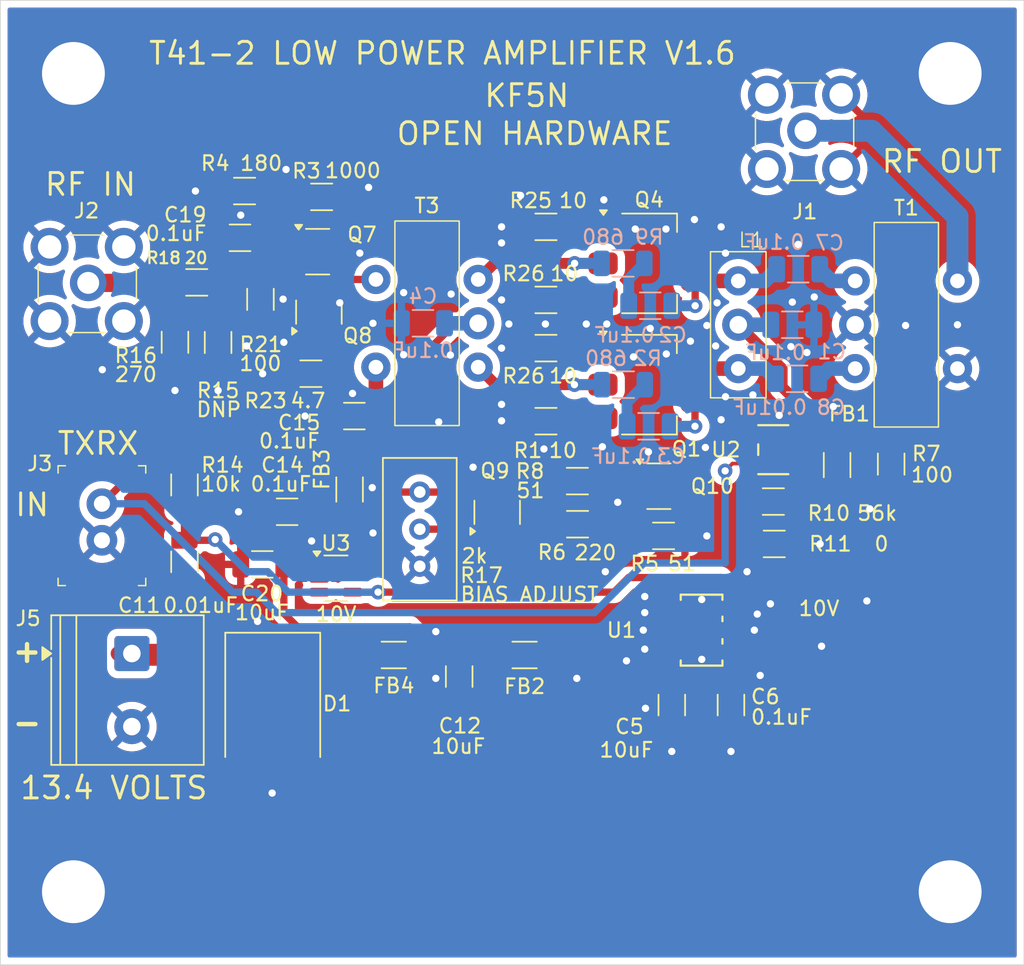
<source format=kicad_pcb>
(kicad_pcb (version 20241229) (generator "pcbnew") (generator_version "9.0")
  (title_block (date "2025-06-15") (rev "V1.5"))
  (layers (0 "F.Cu" jumper) (2 "B.Cu" signal) (5 "F.SilkS" user "F.Silkscreen") (7 "B.SilkS" user "B.Silkscreen") (1 "F.Mask" user) (3 "B.Mask" user) (25 "Edge.Cuts" user))
  (net 0 "")
  (net 1 "GND")
  (net 2 "Net-(C2-Pad1)")
  (net 3 "/BASE_BIAS")
  (net 4 "Net-(Q4-C)")
  (net 5 "Net-(U1-VIN)")
  (net 6 "Net-(C3-Pad1)")
  (net 7 "Net-(Q1-C)")
  (net 8 "Net-(Q4-B)")
  (net 9 "Net-(Q1-B)")
  (net 10 "/TXRX")
  (net 11 "/12V")
  (net 12 "Net-(Q7-C)")
  (net 13 "/10V_FINAL_REG")
  (net 14 "Net-(Q1-E)")
  (net 15 "Net-(D1-K)")
  (net 16 "Net-(Q9-E)")
  (net 17 "Net-(U1-VOUT)")
  (net 18 "Net-(J2-Pad2)")
  (net 19 "Net-(Q9-B)")
  (net 20 "Net-(T1-AB)")
  (net 21 "Net-(Q4-E)")
  (net 22 "Net-(Q10-B)")
  (net 25 "Net-(Q7-B)")
  (net 26 "Net-(C19-Pad2)")
  (net 27 "Net-(Q7-E)")
  (net 28 "Net-(Q8-E)")
  (net 29 "Net-(Q1-Pad1)")
  (net 30 "Net-(Q4-Pad1)")
  (net 31 "Net-(Q10-E)")
  (net 32 "/10V_REG")
  (net 33 "/10V_FIL")
  (net 34 "Net-(T1-SA)")
  (net 35 "Net-(T1-SB)")
  (net 36 "/SHDN_NOT")
  (net 37 "Net-(U2-SET)")
  (net 38 "Net-(R10-Pad2)")
  (footprint "Capacitor_SMD:C_1206_3216Metric" (layer "F.Cu") (at 117.925 88.6 180)
    (property "Reference" "C20")
    (property "Value" "10uF")
  )
  (footprint "Capacitor_SMD:C_1206_3216Metric" (layer "F.Cu") (at 119.625 85 180)
    (property "Reference" "C14")
    (property "Value" "0.1uF")
  )
  (footprint "Inductor_SMD:L_1206_3216Metric" (layer "F.Cu") (at 157.2625 81.8 90)
    (property "Reference" "FB1")
    (property "Value" "FerriteBead_Small" (hide yes))
  )
  (footprint "Resistor_SMD:R_1206_3216Metric" (layer "F.Cu") (at 152.9 84.3 180)
    (property "Reference" "R10")
    (property "Value" "56k")
  )
  (footprint "Resistor_SMD:R_1206_3216Metric" (layer "F.Cu") (at 152.9625 87.2)
    (property "Reference" "R11")
    (property "Value" "0")
  )
  (footprint "Resistor_SMD:R_1206_3216Metric" (layer "F.Cu") (at 112.6 83.1625 -90)
    (property "Reference" "R14")
    (property "Value" "10k")
  )
  (footprint "Resistor_SMD:R_1206_3216Metric" (layer "F.Cu") (at 121.25 75.55)
    (property "Reference" "R23")
    (property "Value" "4.7")
  )
  (footprint "Diode_SMD:D_SMC" (layer "F.Cu") (at 118.64 98.186252 -90)
    (property "Reference" "D1")
    (property "Value" "Z3SMCxxx" (hide yes))
  )
  (footprint "Binocular_Core:BN-43-302_Vertical" (layer "F.Cu") (at 129.2 72.1)
    (property "Reference" "T3")
    (property "Value" "Transformer_1P_SS" (hide yes))
  )
  (footprint "Inductor_SMD:L_1206_3216Metric" (layer "F.Cu") (at 135.875 94.8)
    (property "Reference" "FB2")
    (property "Value" "FerriteBead_Small" (hide yes))
  )
  (footprint "Resistor_SMD:R_1206_3216Metric" (layer "F.Cu") (at 137.3375 65.5)
    (property "Reference" "R25")
    (property "Value" "10")
  )
  (footprint "Resistor_SMD:R_1206_3216Metric" (layer "F.Cu") (at 160.9625 81.7375 -90)
    (property "Reference" "R7")
    (property "Value" "100")
  )
  (footprint "Resistor_SMD:R_1206_3216Metric" (layer "F.Cu") (at 139.4875 82.9)
    (property "Reference" "R8")
    (property "Value" "51")
  )
  (footprint "Resistor_SMD:R_1206_3216Metric" (layer "F.Cu") (at 117.8 70.4625 90)
    (property "Reference" "R21")
    (property "Value" "100")
  )
  (footprint "Binocular_Core:FT37-43" (layer "F.Cu") (at 150.5 72.2)
    (property "Reference" "L1")
    (property "Value" "~")
  )
  (footprint "footprints:SOT-23-5_MC_MCH" (layer "F.Cu") (at 152.8954 80.749999 180)
    (property "Reference" "U2")
    (property "Value" "MCP9509HT-E/OT" (hide yes))
  )
  (footprint "Resistor_SMD:R_1206_3216Metric" (layer "F.Cu") (at 137.3375 73.8)
    (property "Reference" "R26")
    (property "Value" "10")
  )
  (footprint "Capacitor_SMD:C_1206_3216Metric" (layer "F.Cu") (at 124.225 78.45 180)
    (property "Reference" "C15")
    (property "Value" "0.1uF")
  )
  (footprint "Inductor_SMD:L_1206_3216Metric" (layer "F.Cu") (at 123.9 83.475 90)
    (property "Reference" "FB3")
    (property "Value" "FerriteBead_Small" (hide yes))
  )
  (footprint "MountingHole:MountingHole_4.3mm_M4_DIN965_Pad" (layer "F.Cu") (at 165 55)
    (property "Reference" "H4" (hide yes))
    (property "Value" "MountingHole_Pad" (hide yes))
  )
  (footprint "Package_TO_SOT_SMD:SOT-23-3" (layer "F.Cu") (at 121.7125 67.2)
    (property "Reference" "Q7")
    (property "Value" "Q_NPN_BEC" (hide yes))
  )
  (footprint "Resistor_SMD:R_1206_3216Metric" (layer "F.Cu") (at 139.5 85.85 180)
    (property "Reference" "R6")
    (property "Value" "220")
  )
  (footprint "Capacitor_SMD:C_1206_3216Metric" (layer "F.Cu") (at 116.4 66.25 180)
    (property "Reference" "C19")
    (property "Value" "0.1uF")
  )
  (footprint "Inductor_SMD:L_1206_3216Metric" (layer "F.Cu") (at 126.925 94.8)
    (property "Reference" "FB4")
    (property "Value" "FerriteBead_Small" (hide yes))
  )
  (footprint "Resistor_SMD:R_1206_3216Metric" (layer "F.Cu") (at 116.7125 63.05)
    (property "Reference" "R4")
    (property "Value" "180")
  )
  (footprint "Potentiometer_THT:Potentiometer_Bourns_3296W_Vertical" (layer "F.Cu") (at 128.7 83.65 90)
    (property "Reference" "R17")
    (property "Value" "2k")
  )
  (footprint "Resistor_SMD:R_1206_3216Metric" (layer "F.Cu") (at 114.9 73.4125 90)
    (property "Reference" "R15")
    (property "Value" "DNP")
  )
  (footprint "Package_TO_SOT_SMD:SOT-23-3" (layer "F.Cu") (at 134 85.0375 90)
    (property "Reference" "Q9")
    (property "Value" "Q_NPN_BEC" (hide yes))
  )
  (footprint "Capacitor_SMD:C_1206_3216Metric" (layer "F.Cu") (at 112.6 88.425 90)
    (property "Reference" "C11")
    (property "Value" "0.01uF")
  )
  (footprint "MountingHole:MountingHole_4.3mm_M4_DIN965_Pad" (layer "F.Cu") (at 105 55)
    (property "Reference" "H1" (hide yes))
    (property "Value" "MountingHole_Pad" (hide yes))
  )
  (footprint "MountingHole:MountingHole_4.3mm_M4_DIN965_Pad" (layer "F.Cu") (at 165 111)
    (property "Reference" "H3" (hide yes))
    (property "Value" "MountingHole_Pad" (hide yes))
  )
  (footprint "Capacitor_SMD:C_1206_3216Metric" (layer "F.Cu") (at 150 98.225 -90)
    (property "Reference" "C6")
    (property "Value" "0.1uF")
  )
  (footprint "digikey-footprints:RF_SMA_Vertical_5-1814832-1" (layer "F.Cu") (at 155 59)
    (property "Reference" "J1")
    (property "Value" "5-1814832-1" (hide yes))
  )
  (footprint "Resistor_SMD:R_1206_3216Metric" (layer "F.Cu") (at 137.3375 78.8)
    (property "Reference" "R1")
    (property "Value" "10")
  )
  (footprint "Package_TO_SOT_SMD:SOT-223" (layer "F.Cu") (at 144.3875 76.3)
    (property "Reference" "Q1")
    (property "Value" "Q_NPN_EBEC" (hide yes))
  )
  (footprint "Package_TO_SOT_SMD:SOT-23-3" (layer "F.Cu") (at 145.0625 83.25)
    (property "Reference" "Q10")
    (property "Value" "Q_NPN_BEC" (hide yes))
  )
  (footprint "TerminalBlock_Philmore:TerminalBlock_Philmore_TB132_1x02_P5.00mm_Horizontal" (layer "F.Cu") (at 109 94.7 -90)
    (property "Reference" "J5")
    (property "Value" "Screw_Terminal_01x02" (hide yes))
  )
  (footprint "digikey-footprints:RF_SMA_Vertical_5-1814832-1" (layer "F.Cu") (at 105.91 69.41)
    (property "Reference" "J2")
    (property "Value" "5-1814832-1" (hide yes))
  )
  (footprint "Resistor_SMD:R_1206_3216Metric" (layer "F.Cu") (at 121.9875 63.45)
    (property "Reference" "R3")
    (property "Value" "1000")
  )
  (footprint "footprints:SOT-89_5MC_MCH" (layer "F.Cu") (at 147.9888 93.1 90)
    (property "Reference" "U1" (hide yes))
    (property "Value" "MCP1804T-A002I/MT" (hide yes))
  )
  (footprint "digikey-footprints:PinHeader_1x2_P2.5mm_Drill1.1mm" (layer "F.Cu") (at 106.95 84.45 -90)
    (property "Reference" "J3")
    (property "Value" "B2B-XH-A_LF__SN_" (hide yes))
  )
  (footprint "Resistor_SMD:R_1206_3216Metric" (layer "F.Cu") (at 145.3875 86.65 180)
    (property "Reference" "R5")
    (property "Value" "51")
  )
  (footprint "Package_TO_SOT_SMD:SOT-23-5" (layer "F.Cu") (at 122.9625 89.55)
    (property "Reference" "U3")
    (property "Value" "MCP1804x-A002xOT" (hide yes))
  )
  (footprint "Package_TO_SOT_SMD:SOT-223" (layer "F.Cu") (at 144.4 68)
    (property "Reference" "Q4")
    (property "Value" "Q_NPN_EBEC" (hide yes))
  )
  (footprint "Resistor_SMD:R_1206_3216Metric" (layer "F.Cu") (at 111.95 73.4 90)
    (property "Reference" "R16")
    (property "Value" "270")
  )
  (footprint "MountingHole:MountingHole_4.3mm_M4_DIN965_Pad" (layer "F.Cu") (at 105 111)
    (property "Reference" "H2" (hide yes))
    (property "Value" "MountingHole_Pad" (hide yes))
  )
  (footprint "Capacitor_SMD:C_1206_3216Metric" (layer "F.Cu") (at 131.4 96.275 -90)
    (property "Reference" "C12")
    (property "Value" "10uF")
  )
  (footprint "Resistor_SMD:R_1206_3216Metric" (layer "F.Cu") (at 113.4375 69.3)
    (property "Reference" "R18")
    (property "Value" "20")
  )
  (footprint "Capacitor_SMD:C_1206_3216Metric" (layer "F.Cu") (at 145.95 98.225 -90)
    (property "Reference" "C5")
    (property "Value" "10uF")
  )
  (footprint "Resistor_SMD:R_1206_3216Metric" (layer "F.Cu") (at 137.3375 70.5)
    (property "Reference" "R13" (hide yes))
    (property "Value" "10")
  )
  (footprint "Package_TO_SOT_SMD:SOT-23-3" (layer "F.Cu") (at 121.8 71.3375 90)
    (property "Reference" "Q8")
    (property "Value" "Q_NPN_BEC" (hide yes))
  )
  (footprint "Binocular_Core:BN-43-302_Vertical" (layer "F.Cu") (at 162 72.2 180)
    (property "Reference" "T1")
    (property "Value" "Transformer_1P_SS" (hide yes))
  )
  (footprint "Capacitor_SMD:C_1206_3216Metric" (layer "B.Cu") (at 154.6 68.4)
    (property "Reference" "C7")
    (property "Value" "0.1uF")
  )
  (footprint "Capacitor_SMD:C_1206_3216Metric" (layer "B.Cu") (at 128.925 72.1 180)
    (property "Reference" "C4")
    (property "Value" "0.1uF")
  )
  (footprint "Capacitor_SMD:C_1206_3216Metric" (layer "B.Cu") (at 154.2 72.2)
    (property "Reference" "C1")
    (property "Value" "0.01uF")
  )
  (footprint "Capacitor_SMD:C_1206_3216Metric" (layer "B.Cu") (at 144.475 70.9)
    (property "Reference" "C2")
    (property "Value" "0.1uF")
  )
  (footprint "Capacitor_SMD:C_1206_3216Metric" (layer "B.Cu") (at 154.525 75.9)
    (property "Reference" "C8")
    (property "Value" "0.1uF")
  )
  (footprint "Capacitor_SMD:C_1206_3216Metric" (layer "B.Cu") (at 144.3625 79.15)
    (property "Reference" "C3")
    (property "Value" "0.1uF")
  )
  (footprint "Resistor_SMD:R_1206_3216Metric" (layer "B.Cu") (at 142.6125 68 180)
    (property "Reference" "R9")
    (property "Value" "680")
  )
  (footprint "Resistor_SMD:R_1206_3216Metric" (layer "B.Cu") (at 142.6375 76.3 180)
    (property "Reference" "R2")
    (property "Value" "680")
  )
  (gr_rect (start 100 50) (end 170.05 116) (stroke (width 0.05)) (fill no) (layer "Edge.Cuts"))
  (gr_text "13.4 VOLTS" (at 101.25 104.775 0) (layer "F.SilkS") (effects (font (size 1.5 1.5) (thickness 0.2)) (justify left bottom)))
  (gr_text "OPEN HARDWARE" (at 127 60 0) (layer "F.SilkS") (effects (font (size 1.5 1.5) (thickness 0.2)) (justify left bottom)))
  (gr_text "IN" (at 100.9 85.4 0) (layer "F.SilkS") (effects (font (size 1.5 1.5) (thickness 0.2)) (justify left bottom)))
  (gr_text "RF IN" (at 102.925 63.475 0) (layer "F.SilkS") (effects (font (size 1.5 1.5) (thickness 0.2)) (justify left bottom)))
  (gr_text "-" (at 100.7 100.3 0) (layer "F.SilkS") (effects (font (size 1.5 1.5) (thickness 0.3) (bold yes)) (justify left bottom)))
  (gr_text "BIAS ADJUST" (at 131.4 91.25 0) (layer "F.SilkS") (effects (font (size 1 1)) (justify left bottom)))
  (gr_text "10V" (at 154.55 92.2 0) (layer "F.SilkS") (effects (font (size 1 1)) (justify left bottom)))
  (gr_text "RF OUT" (at 160.2 61.9 0) (layer "F.SilkS") (effects (font (size 1.5 1.5) (thickness 0.2)) (justify left bottom)))
  (gr_text "KF5N" (at 133 57.4 0) (layer "F.SilkS") (effects (font (size 1.5 1.5) (thickness 0.2)) (justify left bottom)))
  (gr_text "+" (at 100.7 95.4 0) (layer "F.SilkS") (effects (font (size 1.5 1.5) (thickness 0.3) (bold yes)) (justify left bottom)))
  (gr_text "T41-2 LOW POWER AMPLIFIER V1.6" (at 110.05 54.5 0) (layer "F.SilkS") (effects (font (size 1.5 1.5) (thickness 0.2)) (justify left bottom)))
  (gr_text "10V" (at 121.5 92.6 0) (layer "F.SilkS") (effects (font (size 1 1)) (justify left bottom)))
  (gr_text "TXRX" (at 103.8 81.2 0) (layer "F.SilkS") (effects (font (size 1.5 1.5) (thickness 0.2)) (justify left bottom)))
  (segment (start 144 93.1) (end 147.2014 93.1) (width 1.5) (layer "F.Cu") (net 1))
  (segment (start 142.2 93.1) (end 144 93.1) (width 1.5) (layer "F.Cu") (net 1))
  (via (at 114.9 76.7) (size 1) (drill 0.5) (layers "F.Cu" "B.Cu") (net 1))
  (via (at 143.45 65.65) (size 1) (drill 0.5) (layers "F.Cu" "B.Cu") (net 1))
  (via (at 148.35 86.65) (size 1) (drill 0.5) (layers "F.Cu" "B.Cu") (net 1))
  (via (at 154.2 70.65) (size 1) (drill 0.5) (layers "F.Cu" "B.Cu") (net 1))
  (via (at 161.95 72.25) (size 1) (drill 0.5) (layers "F.Cu" "B.Cu") (net 1))
  (via (at 159.3 91.1) (size 1) (drill 0.5) (layers "F.Cu" "B.Cu") (net 1))
  (via (at 129.8 93.2) (size 1) (drill 0.5) (layers "F.Cu" "B.Cu") (net 1))
  (via (at 113.35 63.05) (size 1) (drill 0.5) (layers "F.Cu" "B.Cu") (net 1))
  (via (at 147.5 65) (size 1) (drill 0.5) (layers "F.Cu" "B.Cu") (net 1))
  (via (at 121.3 87) (size 1) (drill 0.5) (layers "F.Cu" "B.Cu") (net 1))
  (via (at 141.3 63.65) (size 1) (drill 0.5) (layers "F.Cu" "B.Cu") (net 1))
  (via (at 144 93.1) (size 1) (drill 0.5) (layers "F.Cu" "B.Cu") (net 1))
  (via (at 134.8 72.15) (size 1) (drill 0.5) (layers "F.Cu" "B.Cu") (net 1))
  (via (at 145.95 101.4) (size 1) (drill 0.5) (layers "F.Cu" "B.Cu") (net 1))
  (via (at 134.3 66.6) (size 1) (drill 0.5) (layers "F.Cu" "B.Cu") (net 1))
  (via (at 141.5 72.15) (size 1) (drill 0.5) (layers "F.Cu" "B.Cu") (net 1))
  (via (at 130.8 74.275) (size 1) (drill 0.5) (layers "F.Cu" "B.Cu") (net 1))
  (via (at 134.3 70.5) (size 1) (drill 0.5) (layers "F.Cu" "B.Cu") (net 1))
  (via (at 125.5 72.1) (size 1) (drill 0.5) (layers "F.Cu" "B.Cu") (net 1))
  (via (at 142.25 84.35) (size 1) (drill 0.5) (layers "F.Cu" "B.Cu") (net 1))
  (via (at 125.2 62.8) (size 1) (drill 0.5) (layers "F.Cu" "B.Cu") (net 1))
  (via (at 135.6 63.35) (size 1) (drill 0.5) (layers "F.Cu" "B.Cu") (net 1))
  (via (at 151.8 92) (size 1) (drill 0.5) (layers "F.Cu" "B.Cu") (net 1))
  (via (at 147.225 73.325) (size 1) (drill 0.5) (layers "F.Cu" "B.Cu") (net 1))
  (via (at 120.85 78.45) (size 1) (drill 0.5) (layers "F.Cu" "B.Cu") (net 1))
  (via (at 130.85 70.1) (size 1) (drill 0.5) (layers "F.Cu" "B.Cu") (net 1))
  (via (at 155.2 74.1) (size 1) (drill 0.5) (layers "F.Cu" "B.Cu") (net 1))
  (via (at 111.95 76.7) (size 1) (drill 0.5) (layers "F.Cu" "B.Cu") (net 1))
  (via (at 125.45 83.35) (size 1) (drill 0.5) (layers "F.Cu" "B.Cu") (net 1))
  (via (at 119.4 73.4) (size 1) (drill 0.5) (layers "F.Cu" "B.Cu") (net 1))
  (via (at 156.1 87.2) (size 1) (drill 0.5) (layers "F.Cu" "B.Cu") (net 1))
  (via (at 125.5 86.45) (size 1) (drill 0.5) (layers "F.Cu" "B.Cu") (net 1))
  (via (at 117.6 92.5) (size 1) (drill 0.5) (layers "F.Cu" "B.Cu") (net 1))
  (via (at 144.475 72.45) (size 1) (drill 0.5) (layers "F.Cu" "B.Cu") (net 1))
  (via (at 144.15 98.45) (size 1) (drill 0.5) (layers "F.Cu" "B.Cu") (net 1))
  (via (at 151.1 89.1) (size 1) (drill 0.5) (layers "F.Cu" "B.Cu") (net 1))
  (via (at 134.3 73.8) (size 1) (drill 0.5) (layers "F.Cu" "B.Cu") (net 1))
  (via (at 130 78.85) (size 1) (drill 0.5) (layers "F.Cu" "B.Cu") (net 1))
  (via (at 148.25 80.6) (size 1) (drill 0.5) (layers "F.Cu" "B.Cu") (net 1))
  (via (at 143.325 74.4) (size 1) (drill 0.5) (layers "F.Cu" "B.Cu") (net 1))
  (via (at 148 95.1) (size 1) (drill 0.5) (layers "F.Cu" "B.Cu") (net 1))
  (via (at 148.95 73.65) (size 1) (drill 0.5) (layers "F.Cu" "B.Cu") (net 1))
  (via (at 141.4 89.1) (size 1) (drill 0.5) (layers "F.Cu" "B.Cu") (net 1))
  (via (at 139.45 96.4) (size 1) (drill 0.5) (layers "F.Cu" "B.Cu") (net 1))
  (via (at 150 101.4) (size 1) (drill 0.5) (layers "F.Cu" "B.Cu") (net 1))
  (via (at 153.3 78.4) (size 1) (drill 0.5) (layers "F.Cu" "B.Cu") (net 1))
  (via (at 144.1 90.8) (size 1) (drill 0.5) (layers "F.Cu" "B.Cu") (net 1))
  (via (at 117.95 75.55) (size 1) (drill 0.5) (layers "F.Cu" "B.Cu") (net 1))
  (via (at 151.6 93.1) (size 1) (drill 0.5) (layers "F.Cu" "B.Cu") (net 1))
  (via (at 116.3 85) (size 1) (drill 0.5) (layers "F.Cu" "B.Cu") (net 1))
  (via (at 123.225 70.7) (size 1) (drill 0.5) (layers "F.Cu" "B.Cu") (net 1))
  (via (at 118.6 104.25) (size 1) (drill 0.5) (layers "F.Cu" "B.Cu") (net 1))
  (via (at 134.3 77.65) (size 1) (drill 0.5) (layers "F.Cu" "B.Cu") (net 1))
  (via (at 106.975 75.275) (size 1) (drill 0.5) (layers "F.Cu" "B.Cu") (net 1))
  (via (at 154.6 66.7) (size 1) (drill 0.5) (layers "F.Cu" "B.Cu") (net 1))
  (via (at 148.35 72.25) (size 1) (drill 0.5) (layers "F.Cu" "B.Cu") (net 1))
  (via (at 149.625 77.125) (size 1) (drill 0.5) (layers "F.Cu" "B.Cu") (net 1))
  (via (at 165.5 72.2) (size 1) (drill 0.5) (layers "F.Cu" "B.Cu") (net 1))
  (via (at 157 77.8) (size 1) (drill 0.5) (layers "F.Cu" "B.Cu") (net 1))
  (via (at 144.1 94.4) (size 1) (drill 0.5) (layers "F.Cu" "B.Cu") (net 1))
  (via (at 124.6 67.3) (size 1) (drill 0.5) (layers "F.Cu" "B.Cu") (net 1))
  (via (at 154.1 73.7) (size 1) (drill 0.5) (layers "F.Cu" "B.Cu") (net 1))
  (via (at 137.2 80.7) (size 1) (drill 0.5) (layers "F.Cu" "B.Cu") (net 1))
  (via (at 119.55 61.575) (size 1) (drill 0.5) (layers "F.Cu" "B.Cu") (net 1))
  (via (at 149.325 65.5) (size 1) (drill 0.5) (layers "F.Cu" "B.Cu") (net 1))
  (via (at 141.2 80.55) (size 1) (drill 0.5) (layers "F.Cu" "B.Cu") (net 1))
  (via (at 149.05 70.7) (size 1) (drill 0.5) (layers "F.Cu" "B.Cu") (net 1))
  (via (at 156.2 94.2) (size 1) (drill 0.5) (layers "F.Cu" "B.Cu") (net 1))
  (via (at 152 96.2) (size 1) (drill 0.5) (layers "F.Cu" "B.Cu") (net 1))
  (via (at 149.625 67.3) (size 1) (drill 0.5) (layers "F.Cu" "B.Cu") (net 1))
  (via (at 127.6 70) (size 1) (drill 0.5) (layers "F.Cu" "B.Cu") (net 1))
  (via (at 148 91) (size 1) (drill 0.5) (layers "F.Cu" "B.Cu") (net 1))
  (via (at 137.3 72.15) (size 1) (drill 0.5) (layers "F.Cu" "B.Cu") (net 1))
  (via (at 149.325 78.7) (size 1) (drill 0.5) (layers "F.Cu" "B.Cu") (net 1))
  (via (at 151.5 77) (size 1) (drill 0.5) (layers "F.Cu" "B.Cu") (net 1))
  (via (at 119.35 70.45) (size 1) (drill 0.5) (layers "F.Cu" "B.Cu") (net 1))
  (via (at 129.8 96.4) (size 1) (drill 0.5) (layers "F.Cu" "B.Cu") (net 1))
  (via (at 144.1 91.9) (size 1) (drill 0.5) (layers "F.Cu" "B.Cu") (net 1))
  (via (at 155.7 70.3) (size 1) (drill 0.5) (layers "F.Cu" "B.Cu") (net 1))
  (via (at 159.5 84.8) (size 1) (drill 0.5) (layers "F.Cu" "B.Cu") (net 1))
  (via (at 144.35 80.9) (size 1) (drill 0.5) (layers "F.Cu" "B.Cu") (net 1))
  (via (at 124.1 76.9) (size 1) (drill 0.5) (layers "F.Cu" "B.Cu") (net 1))
  (via (at 132.35 81.95) (size 1) (drill 0.5) (layers "F.Cu" "B.Cu") (net 1))
  (via (at 134.3 65.5) (size 1) (drill 0.5) (layers "F.Cu" "B.Cu") (net 1))
  (via (at 116.45 64.7) (size 1) (drill 0.5) (layers "F.Cu" "B.Cu") (net 1))
  (via (at 145.575 74.2) (size 1) (drill 0.5) (layers "F.Cu" "B.Cu") (net 1))
  (via (at 142.85 95.2) (size 1) (drill 0.5) (layers "F.Cu" "B.Cu") (net 1))
  (via (at 145.55 65.65) (size 1) (drill 0.5) (layers "F.Cu" "B.Cu") (net 1))
  (via (at 116.85 73.65) (size 1) (drill 0.5) (layers "F.Cu" "B.Cu") (net 1))
  (via (at 140.1 72.15) (size 1) (drill 0.5) (layers "F.Cu" "B.Cu") (net 1))
  (via (at 134.3 78.775) (size 1) (drill 0.5) (layers "F.Cu" "B.Cu") (net 1))
  (via (at 127.6 74.25) (size 1) (drill 0.5) (layers "F.Cu" "B.Cu") (net 1))
  (via (at 152.7 91.3) (size 1) (drill 0.5) (layers "F.Cu" "B.Cu") (net 1))
  (segment (start 143 70.9) (end 143 69.075) (width 0.75) (layer "B.Cu") (net 2))
  (segment (start 143 69.075) (end 144.075 68) (width 0.75) (layer "B.Cu") (net 2))
  (segment (start 129.475 73.75) (end 131.125 72.1) (width 0.5) (layer "F.Cu") (net 3))
  (segment (start 135.95 82.9) (end 129.475 76.425) (width 0.5) (layer "F.Cu") (net 3))
  (segment (start 129.475 76.425) (end 129.475 73.75) (width 0.5) (layer "F.Cu") (net 3))
  (segment (start 131.125 72.1) (end 132.7 72.1) (width 0.5) (layer "F.Cu") (net 3))
  (segment (start 138.025 82.9) (end 135.95 82.9) (width 0.5) (layer "F.Cu") (net 3))
  (segment (start 130.4 72.1) (end 132.7 72.1) (width 1) (layer "B.Cu") (net 3))
  (segment (start 147.55 68) (end 147.55 70.9) (width 0.5) (layer "F.Cu") (net 4))
  (segment (start 148.75 69.2) (end 147.55 68) (width 1) (layer "F.Cu") (net 4))
  (segment (start 150.5 69.2) (end 148.75 69.2) (width 1) (layer "F.Cu") (net 4))
  (via (at 147.55 70.9) (size 1) (drill 0.5) (layers "F.Cu" "B.Cu") (net 4))
  (segment (start 150.5 69.2) (end 152.325 69.2) (width 1) (layer "B.Cu") (net 4))
  (segment (start 152.325 69.2) (end 153.125 68.4) (width 1) (layer "B.Cu") (net 4))
  (segment (start 147.55 70.9) (end 145.95 70.9) (width 0.75) (layer "B.Cu") (net 4))
  (segment (start 145.9 96.8) (end 142.15 96.8) (width 1) (layer "F.Cu") (net 5))
  (segment (start 145.95 96.75) (end 145.9 96.8) (width 1) (layer "F.Cu") (net 5))
  (segment (start 145.95 96.75) (end 145.95 94.9) (width 1) (layer "F.Cu") (net 5))
  (segment (start 142.15 96.8) (end 140.15 94.8) (width 1) (layer "F.Cu") (net 5))
  (segment (start 140.15 94.8) (end 137.45 94.8) (width 1) (layer "F.Cu") (net 5))
  (segment (start 142.8875 79.15) (end 142.8875 77.5125) (width 0.75) (layer "B.Cu") (net 6))
  (segment (start 142.8875 77.5125) (end 144.1 76.3) (width 0.75) (layer "B.Cu") (net 6))
  (segment (start 148.6375 75.2) (end 147.5375 76.3) (width 1) (layer "F.Cu") (net 7))
  (segment (start 147.5375 76.3) (end 147.5375 79.15) (width 0.5) (layer "F.Cu") (net 7))
  (segment (start 150.5 75.2) (end 148.6375 75.2) (width 1) (layer "F.Cu") (net 7))
  (via (at 147.5375 79.15) (size 1) (drill 0.5) (layers "F.Cu" "B.Cu") (net 7))
  (segment (start 150.5 75.2) (end 152.35 75.2) (width 1) (layer "B.Cu") (net 7))
  (segment (start 147.5375 79.15) (end 145.8375 79.15) (width 0.75) (layer "B.Cu") (net 7))
  (segment (start 152.35 75.2) (end 153.05 75.9) (width 1) (layer "B.Cu") (net 7))
  (segment (start 141.25 68) (end 139.3 68) (width 0.75) (layer "F.Cu") (net 8))
  (segment (start 132.7 69.1) (end 133.8 68) (width 0.75) (layer "F.Cu") (net 8))
  (segment (start 133.8 68) (end 139.3 68) (width 0.75) (layer "F.Cu") (net 8))
  (via (at 139.3 68) (size 1) (drill 0.5) (layers "F.Cu" "B.Cu") (net 8))
  (segment (start 139.3 68) (end 141.15 68) (width 0.75) (layer "B.Cu") (net 8))
  (segment (start 132.7 75.1) (end 133.9 76.3) (width 0.75) (layer "F.Cu") (net 9))
  (segment (start 133.9 76.3) (end 139.2875 76.3) (width 0.75) (layer "F.Cu") (net 9))
  (segment (start 141.2375 76.3) (end 139.2875 76.3) (width 0.75) (layer "F.Cu") (net 9))
  (via (at 139.2875 76.3) (size 1) (drill 0.5) (layers "F.Cu" "B.Cu") (net 9))
  (segment (start 139.2875 76.3) (end 141.175 76.3) (width 0.75) (layer "B.Cu") (net 9))
  (segment (start 109.7 81.7) (end 106.95 84.45) (width 0.5) (layer "F.Cu") (net 10))
  (segment (start 151.6 81.7) (end 150.1 81.7) (width 0.25) (layer "F.Cu") (net 10))
  (segment (start 150.1 81.7) (end 149.6 82.2) (width 0.25) (layer "F.Cu") (net 10))
  (segment (start 112.6 81.7) (end 109.7 81.7) (width 0.5) (layer "F.Cu") (net 10))
  (via (at 149.6 82.2) (size 1) (drill 0.5) (layers "F.Cu" "B.Cu") (net 10))
  (segment (start 149.6 88.5) (end 149.6 82.2) (width 0.5) (layer "B.Cu") (net 10))
  (segment (start 109.85 84.45) (end 115.9 90.5) (width 0.5) (layer "B.Cu") (net 10))
  (segment (start 117.519918 90.5) (end 118.470918 91.451) (width 0.5) (layer "B.Cu") (net 10))
  (segment (start 118.470918 91.451) (end 118.470918 91.470918) (width 0.5) (layer "B.Cu") (net 10))
  (segment (start 140.651 91.9) (end 144.051 88.5) (width 0.5) (layer "B.Cu") (net 10))
  (segment (start 118.9 91.9) (end 140.651 91.9) (width 0.5) (layer "B.Cu") (net 10))
  (segment (start 118.470918 91.470918) (end 118.9 91.9) (width 0.5) (layer "B.Cu") (net 10))
  (segment (start 115.9 90.5) (end 117.519918 90.5) (width 0.5) (layer "B.Cu") (net 10))
  (segment (start 144.051 88.5) (end 149.6 88.5) (width 0.5) (layer "B.Cu") (net 10))
  (segment (start 106.95 84.45) (end 109.85 84.45) (width 0.5) (layer "B.Cu") (net 10))
  (segment (start 128.5 94.8) (end 131.4 94.8) (width 1) (layer "F.Cu") (net 11))
  (segment (start 128.49 93.36) (end 128.49 94.786252) (width 0.5) (layer "F.Cu") (net 11))
  (segment (start 128.5 93.35) (end 128.49 93.36) (width 0.5) (layer "F.Cu") (net 11))
  (segment (start 120.325 92.875) (end 128.025 92.875) (width 0.5) (layer "F.Cu") (net 11))
  (segment (start 128.025 92.875) (end 128.5 93.35) (width 0.5) (layer "F.Cu") (net 11))
  (segment (start 119.4 88.6) (end 119.4 91.95) (width 0.5) (layer "F.Cu") (net 11))
  (segment (start 119.4 91.95) (end 120.325 92.875) (width 0.5) (layer "F.Cu") (net 11))
  (segment (start 121.825 88.6) (end 119.4 88.6) (width 0.5) (layer "F.Cu") (net 11))
  (segment (start 131.4 94.8) (end 134.3 94.8) (width 1) (layer "F.Cu") (net 11))
  (segment (start 122.85 67.2) (end 122.85 69.15) (width 0.5) (layer "F.Cu") (net 12))
  (segment (start 122.9 69.1) (end 122.85 69.15) (width 0.5) (layer "F.Cu") (net 12))
  (segment (start 125.7 69.1) (end 122.9 69.1) (width 0.5) (layer "F.Cu") (net 12))
  (segment (start 122.85 67.2) (end 122.85 64.1) (width 0.5) (layer "F.Cu") (net 12))
  (segment (start 122.85 64.1) (end 123.5 63.45) (width 0.5) (layer "F.Cu") (net 12))
  (segment (start 122.85 69.15) (end 121.8 70.2) (width 0.5) (layer "F.Cu") (net 12))
  (segment (start 160.9625 80.2) (end 157.375 80.2) (width 0.5) (layer "F.Cu") (net 13))
  (segment (start 150.5 72.2) (end 153.5 75.2) (width 0.75) (layer "F.Cu") (net 13))
  (segment (start 157.375 80.2) (end 157.2625 80.3125) (width 0.75) (layer "F.Cu") (net 13))
  (segment (start 153.5 76.4625) (end 157.2625 80.225) (width 0.75) (layer "F.Cu") (net 13))
  (segment (start 153.5 75.2) (end 153.5 76.4625) (width 0.75) (layer "F.Cu") (net 13))
  (segment (start 152.725 72.2) (end 150.5 72.2) (width 1) (layer "B.Cu") (net 13))
  (segment (start 141.2375 78.6) (end 139 78.6) (width 1) (layer "F.Cu") (net 14))
  (segment (start 139 78.6) (end 138.8 78.8) (width 1) (layer "F.Cu") (net 14))
  (segment (start 118.59 94.736252) (end 118.64 94.786252) (width 1) (layer "F.Cu") (net 15))
  (segment (start 118.64 94.786252) (end 124.91 94.786252) (width 1) (layer "F.Cu") (net 15))
  (segment (start 108.136252 94.786252) (end 108.05 94.7) (width 1) (layer "F.Cu") (net 15))
  (segment (start 118.64 94.786252) (end 109.086252 94.786252) (width 1.5) (layer "F.Cu") (net 15))
  (segment (start 109.086252 94.786252) (end 109 94.7) (width 1) (layer "F.Cu") (net 15))
  (segment (start 137.7125 86.175) (end 138.0375 85.85) (width 0.5) (layer "F.Cu") (net 16))
  (segment (start 134.95 86.175) (end 137.7125 86.175) (width 0.5) (layer "F.Cu") (net 16))
  (segment (start 157.4375 83.2) (end 157.2625 83.375) (width 0.75) (layer "F.Cu") (net 17))
  (segment (start 160.9625 83.2) (end 157.4375 83.2) (width 0.75) (layer "F.Cu") (net 17))
  (segment (start 150 94.6) (end 150 96.75) (width 1) (layer "F.Cu") (net 17))
  (segment (start 150 94.6) (end 153.5 94.6) (width 1) (layer "F.Cu") (net 17))
  (segment (start 161.0125 83.15) (end 160.9625 83.2) (width 0.75) (layer "F.Cu") (net 17))
  (segment (start 157.375 83.35) (end 157.2625 83.2375) (width 0.5) (layer "F.Cu") (net 17))
  (segment (start 157.7875 90.3125) (end 157.7875 83.9) (width 1) (layer "F.Cu") (net 17))
  (segment (start 153.5 94.6) (end 157.7875 90.3125) (width 1) (layer "F.Cu") (net 17))
  (segment (start 157.7875 83.9) (end 157.2625 83.375) (width 1) (layer "F.Cu") (net 17))
  (segment (start 157.3625 83.3375) (end 157.2625 83.2375) (width 0.5) (layer "F.Cu") (net 17))
  (segment (start 111.94 69.335) (end 111.975 69.3) (width 1) (layer "F.Cu") (net 18))
  (segment (start 111.95 69.325) (end 111.975 69.3) (width 0.5) (layer "F.Cu") (net 18))
  (segment (start 106.01 69.335) (end 111.94 69.335) (width 1.25) (layer "F.Cu") (net 18))
  (segment (start 111.95 71.9375) (end 111.95 69.325) (width 0.5) (layer "F.Cu") (net 18))
  (segment (start 128.7 86.19) (end 133.035 86.19) (width 0.5) (layer "F.Cu") (net 19))
  (segment (start 133.035 86.19) (end 133.05 86.175) (width 0.5) (layer "F.Cu") (net 19))
  (segment (start 159.625 58.925) (end 165.5 64.8) (width 1.5) (layer "B.Cu") (net 20))
  (segment (start 165.5 64.8) (end 165.5 69.2) (width 1.5) (layer "B.Cu") (net 20))
  (segment (start 155.1 58.925) (end 159.625 58.925) (width 1.5) (layer "B.Cu") (net 20))
  (segment (start 139 70.3) (end 138.8 70.5) (width 1) (layer "F.Cu") (net 21))
  (segment (start 141.25 70.3) (end 139 70.3) (width 1) (layer "F.Cu") (net 21))
  (segment (start 146.2 83.25) (end 144.875 83.25) (width 0.5) (layer "F.Cu") (net 22))
  (segment (start 140.9625 85.85) (end 140.9625 82.9125) (width 0.5) (layer "F.Cu") (net 22))
  (segment (start 143.925 82.3) (end 141.55 82.3) (width 0.5) (layer "F.Cu") (net 22))
  (segment (start 144.875 83.25) (end 143.925 82.3) (width 0.5) (layer "F.Cu") (net 22))
  (segment (start 140.9625 82.9125) (end 140.95 82.9) (width 0.5) (layer "F.Cu") (net 22))
  (segment (start 141.55 82.3) (end 140.95 82.9) (width 0.5) (layer "F.Cu") (net 22))
  (segment (start 120.575 66.25) (end 117.875 66.25) (width 0.5) (layer "F.Cu") (net 25))
  (segment (start 120.575 63.45) (end 118.575 63.45) (width 0.5) (layer "F.Cu") (net 25))
  (segment (start 118.575 63.45) (end 118.175 63.05) (width 0.5) (layer "F.Cu") (net 25))
  (segment (start 120.575 66.25) (end 120.575 63.45) (width 0.5) (layer "F.Cu") (net 25))
  (segment (start 114.9 69.3) (end 114.9 66.275) (width 0.5) (layer "F.Cu") (net 26))
  (segment (start 114.9 71.95) (end 114.9 69.3) (width 0.5) (layer "F.Cu") (net 26))
  (segment (start 114.9 66.275) (end 114.925 66.25) (width 0.5) (layer "F.Cu") (net 26))
  (segment (start 120.85 70.05) (end 120.575 69.775) (width 0.5) (layer "F.Cu") (net 27))
  (segment (start 119.95 68.15) (end 119.1 69) (width 0.5) (layer "F.Cu") (net 27))
  (segment (start 120.575 68.15) (end 119.95 68.15) (width 0.5) (layer "F.Cu") (net 27))
  (segment (start 119.1 69) (end 117.8 69) (width 0.5) (layer "F.Cu") (net 27))
  (segment (start 120.575 69.775) (end 120.575 68.15) (width 0.5) (layer "F.Cu") (net 27))
  (segment (start 120.85 72.475) (end 120.85 70.05) (width 0.5) (layer "F.Cu") (net 27))
  (segment (start 122.75 75.347936) (end 122.7125 75.385436) (width 0.5) (layer "F.Cu") (net 28))
  (segment (start 122.75 72.475) (end 122.75 75.347936) (width 0.5) (layer "F.Cu") (net 28))
  (segment (start 139 74) (end 138.8 73.8) (width 1) (layer "F.Cu") (net 29))
  (segment (start 141.2375 74) (end 139 74) (width 1) (layer "F.Cu") (net 29))
  (segment (start 141.25 65.7) (end 139 65.7) (width 1) (layer "F.Cu") (net 30))
  (segment (start 139 65.7) (end 138.8 65.5) (width 1) (layer "F.Cu") (net 30))
  (segment (start 143.925 86.65) (end 143.925 84.2) (width 0.5) (layer "F.Cu") (net 31))
  (segment (start 125.7 80.1) (end 125.7 78.45) (width 0.5) (layer "F.Cu") (net 32))
  (segment (start 123.9 81.9) (end 125.7 80.1) (width 0.5) (layer "F.Cu") (net 32))
  (segment (start 125.7 75.1) (end 125.7 78.45) (width 1) (layer "F.Cu") (net 32))
  (segment (start 128.7 83.65) (end 127.15 83.65) (width 0.5) (layer "F.Cu") (net 33))
  (segment (start 127.15 83.65) (end 125.75 85.05) (width 0.5) (layer "F.Cu") (net 33))
  (segment (start 133.75 83.65) (end 134 83.9) (width 0.5) (layer "F.Cu") (net 33))
  (segment (start 123.9 85.05) (end 121.15 85.05) (width 0.5) (layer "F.Cu") (net 33))
  (segment (start 125.75 85.05) (end 123.9 85.05) (width 0.5) (layer "F.Cu") (net 33))
  (segment (start 124.1 85.25) (end 123.9 85.05) (width 0.5) (layer "F.Cu") (net 33))
  (segment (start 124.1 88.6) (end 124.1 85.25) (width 0.5) (layer "F.Cu") (net 33))
  (segment (start 121.15 85.05) (end 121.1 85) (width 0.5) (layer "F.Cu") (net 33))
  (segment (start 128.7 83.65) (end 133.75 83.65) (width 0.5) (layer "F.Cu") (net 33))
  (segment (start 158.5 69.2) (end 156.875 69.2) (width 1) (layer "B.Cu") (net 34))
  (segment (start 156.875 69.2) (end 156.075 68.4) (width 1) (layer "B.Cu") (net 34))
  (segment (start 156.7 75.2) (end 156 75.9) (width 1) (layer "B.Cu") (net 35))
  (segment (start 158.5 75.2) (end 156.7 75.2) (width 1) (layer "B.Cu") (net 35))
  (segment (start 112.6 84.625) (end 112.6 86.95) (width 0.5) (layer "F.Cu") (net 36))
  (segment (start 150 90.2) (end 150.051 90.149) (width 0.5) (layer "F.Cu") (net 36))
  (segment (start 124.1 90.5) (end 125.85 90.5) (width 0.5) (layer "F.Cu") (net 36))
  (segment (start 149.3 89.5) (end 150 90.2) (width 0.5) (layer "F.Cu") (net 36))
  (segment (start 125.85 90.5) (end 142 90.5) (width 0.5) (layer "F.Cu") (net 36))
  (segment (start 114.65 86.95) (end 114.7 86.9) (width 0.5) (layer "F.Cu") (net 36))
  (segment (start 143 89.5) (end 149.3 89.5) (width 0.5) (layer "F.Cu") (net 36))
  (segment (start 150.051 90.149) (end 152.351 90.149) (width 0.25) (layer "F.Cu") (net 36))
  (segment (start 153.2804 79.799998) (end 152.8 80.280398) (width 0.25) (layer "F.Cu") (net 36))
  (segment (start 112.975 84.45) (end 113 84.425) (width 0.5) (layer "F.Cu") (net 36))
  (segment (start 150 91.6) (end 150 90.2) (width 0.5) (layer "F.Cu") (net 36))
  (segment (start 142 90.5) (end 143 89.5) (width 0.5) (layer "F.Cu") (net 36))
  (segment (start 152.351 90.149) (end 152.8 89.7) (width 0.25) (layer "F.Cu") (net 36))
  (segment (start 152.8 80.280398) (end 152.8 89.7) (width 0.25) (layer "F.Cu") (net 36))
  (segment (start 154.1908 79.799998) (end 153.2804 79.799998) (width 0.25) (layer "F.Cu") (net 36))
  (segment (start 112.6 86.95) (end 114.65 86.95) (width 0.5) (layer "F.Cu") (net 36))
  (via (at 114.7 86.9) (size 1) (drill 0.5) (layers "F.Cu" "B.Cu") (net 36))
  (via (at 125.85 90.5) (size 1) (drill 0.5) (layers "F.Cu" "B.Cu") (net 36))
  (segment (start 118.3 89.1) (end 119.7 90.5) (width 0.5) (layer "B.Cu") (net 36))
  (segment (start 114.7 86.9) (end 116.9 89.1) (width 0.5) (layer "B.Cu") (net 36))
  (segment (start 116.9 89.1) (end 118.3 89.1) (width 0.5) (layer "B.Cu") (net 36))
  (segment (start 119.7 90.5) (end 125.85 90.5) (width 0.5) (layer "B.Cu") (net 36))
  (segment (start 154.1908 84.1283) (end 154.3625 84.3) (width 0.25) (layer "F.Cu") (net 37))
  (segment (start 154.1908 81.7) (end 154.1908 84.1283) (width 0.25) (layer "F.Cu") (net 37))
  (segment (start 151.5 84.3625) (end 151.4375 84.3) (width 0.25) (layer "F.Cu") (net 38))
  (segment (start 151.5 87.2) (end 151.5 84.3625) (width 0.25) (layer "F.Cu") (net 38))
  (zone (net 0) (net_name "") (layer "F.Cu") (connect_pads (clearance 0)) (min_thickness 0.25)
    (keepout (tracks not_allowed) (vias not_allowed) (pads not_allowed) (copperpour not_allowed) (footprints allowed))
    (fill (thermal_gap 0.5) (thermal_bridge_width 0.5))
    (polygon (pts (xy 118.913748 84.09) (xy 120.336252 84.09) (xy 120.336252 85.91) (xy 118.913748 85.91)))
  )
  (zone (net 0) (net_name "") (layer "F.Cu") (connect_pads (clearance 0)) (min_thickness 0.25)
    (keepout (tracks not_allowed) (vias not_allowed) (pads not_allowed) (copperpour not_allowed) (footprints allowed))
    (fill (thermal_gap 0.5) (thermal_bridge_width 0.5))
    (polygon (pts (xy 116.89 69.735436) (xy 118.71 69.735436) (xy 118.71 71.189564) (xy 116.89 71.189564)))
  )
  (zone (net 0) (net_name "") (layer "F.Cu") (connect_pads (clearance 0)) (min_thickness 0.25)
    (keepout (tracks not_allowed) (vias not_allowed) (pads not_allowed) (copperpour not_allowed) (footprints allowed))
    (fill (thermal_gap 0.5) (thermal_bridge_width 0.5))
    (polygon (pts (xy 113.51 89.136252) (xy 111.69 89.136252) (xy 111.69 87.713748) (xy 113.51 87.713748)))
  )
  (zone (net 0) (net_name "") (layer "F.Cu") (connect_pads (clearance 0)) (min_thickness 0.25)
    (keepout (tracks not_allowed) (vias not_allowed) (pads not_allowed) (copperpour not_allowed) (footprints allowed))
    (fill (thermal_gap 0.5) (thermal_bridge_width 0.5))
    (polygon (pts (xy 136.595872 71.41) (xy 138.05 71.41) (xy 138.05 69.59) (xy 136.595872 69.59)))
  )
  (zone (net 0) (net_name "") (layer "F.Cu") (connect_pads (clearance 0)) (min_thickness 0.25)
    (keepout (tracks not_allowed) (vias not_allowed) (pads not_allowed) (copperpour not_allowed) (footprints allowed))
    (fill (thermal_gap 0.5) (thermal_bridge_width 0.5))
    (polygon (pts (xy 120.522936 73.6) (xy 121.977064 73.6) (xy 121.977064 76.46) (xy 120.522936 76.46)))
  )
  (zone (net 0) (net_name "") (layer "F.Cu") (connect_pads (clearance 0)) (min_thickness 0.25)
    (keepout (tracks not_allowed) (vias not_allowed) (pads not_allowed) (copperpour not_allowed) (footprints allowed))
    (fill (thermal_gap 0.5) (thermal_bridge_width 0.5))
    (polygon (pts (xy 112.710436 68.39) (xy 112.710436 70.21) (xy 114.164564 70.21) (xy 114.164564 68.39)))
  )
  (zone (net 0) (net_name "") (layer "F.Cu") (connect_pads (clearance 0)) (min_thickness 0.25)
    (keepout (tracks not_allowed) (vias not_allowed) (pads not_allowed) (copperpour not_allowed) (footprints allowed))
    (fill (thermal_gap 0.5) (thermal_bridge_width 0.5))
    (polygon (pts (xy 111.04 72.672936) (xy 115.81 72.685436) (xy 115.81 74.139564) (xy 111.04 74.127064)))
  )
  (zone (net 0) (net_name "") (layer "F.Cu") (connect_pads (clearance 0)) (min_thickness 0.25)
    (keepout (tracks not_allowed) (vias not_allowed) (pads not_allowed) (copperpour not_allowed) (footprints allowed))
    (fill (thermal_gap 0.5) (thermal_bridge_width 0.5))
    (polygon (pts (xy 117.213748 87.69) (xy 118.636252 87.69) (xy 118.636252 89.51) (xy 117.213748 89.51)))
  )
  (zone (net 0) (net_name "") (layer "F.Cu") (connect_pads (clearance 0)) (min_thickness 0.25)
    (keepout (tracks not_allowed) (vias not_allowed) (pads not_allowed) (copperpour not_allowed) (footprints allowed))
    (fill (thermal_gap 0.5) (thermal_bridge_width 0.5))
    (polygon (pts (xy 145.04 97.513748) (xy 146.86 97.513748) (xy 146.86 98.936252) (xy 145.04 98.936252)))
  )
  (zone (net 0) (net_name "") (layer "F.Cu") (connect_pads (clearance 0)) (min_thickness 0.25)
    (keepout (tracks not_allowed) (vias not_allowed) (pads not_allowed) (copperpour not_allowed) (footprints allowed))
    (fill (thermal_gap 0.5) (thermal_bridge_width 0.5))
    (polygon (pts (xy 126.089758 93.89) (xy 127.760242 93.89) (xy 127.760242 95.71) (xy 126.089758 95.71)))
  )
  (zone (net 0) (net_name "") (layer "F.Cu") (connect_pads (clearance 0)) (min_thickness 0.25)
    (keepout (tracks not_allowed) (vias not_allowed) (pads not_allowed) (copperpour not_allowed) (footprints allowed))
    (fill (thermal_gap 0.5) (thermal_bridge_width 0.5))
    (polygon (pts (xy 123.513748 77.54) (xy 123.513748 79.36) (xy 124.936252 79.36) (xy 124.936252 77.54)))
  )
  (zone (net 0) (net_name "") (layer "F.Cu") (connect_pads (clearance 0)) (min_thickness 0.25)
    (keepout (tracks not_allowed) (vias not_allowed) (pads not_allowed) (copperpour not_allowed) (footprints allowed))
    (fill (thermal_gap 0.5) (thermal_bridge_width 0.5))
    (polygon (pts (xy 144.660436 85.74) (xy 146.114564 85.74) (xy 146.114564 87.56) (xy 144.660436 87.56)))
  )
  (zone (net 0) (net_name "") (layer "F.Cu") (connect_pads (clearance 0)) (min_thickness 0.25)
    (keepout (tracks not_allowed) (vias not_allowed) (pads not_allowed) (copperpour not_allowed) (footprints allowed))
    (fill (thermal_gap 0.5) (thermal_bridge_width 0.5))
    (polygon (pts (xy 130.49 95.563748) (xy 132.31 95.563748) (xy 132.31 96.986252) (xy 130.49 96.986252)))
  )
  (zone (net 0) (net_name "") (layer "F.Cu") (connect_pads (clearance 0)) (min_thickness 0.25)
    (keepout (tracks not_allowed) (vias not_allowed) (pads not_allowed) (copperpour not_allowed) (footprints allowed))
    (fill (thermal_gap 0.5) (thermal_bridge_width 0.5))
    (polygon (pts (xy 121.260436 62.54) (xy 122.714564 62.54) (xy 122.7 62.9) (xy 121.25 62.9)))
  )
  (zone (net 0) (net_name "") (layer "F.Cu") (connect_pads (clearance 0)) (min_thickness 0.25)
    (keepout (tracks not_allowed) (vias not_allowed) (pads not_allowed) (copperpour not_allowed) (footprints allowed))
    (fill (thermal_gap 0.5) (thermal_bridge_width 0.5))
    (polygon (pts (xy 136.610436 77.1) (xy 138.064564 77.1) (xy 138.064564 79.71) (xy 136.610436 79.71)))
  )
  (zone (net 0) (net_name "") (layer "F.Cu") (connect_pads (clearance 0)) (min_thickness 0.25)
    (keepout (tracks not_allowed) (vias not_allowed) (pads not_allowed) (copperpour not_allowed) (footprints allowed))
    (fill (thermal_gap 0.5) (thermal_bridge_width 0.5))
    (polygon (pts (xy 149.09 97.5) (xy 150.91 97.5) (xy 150.91 98.922504) (xy 149.09 98.922504)))
  )
  (zone (net 0) (net_name "") (layer "F.Cu") (connect_pads (clearance 0)) (min_thickness 0.25)
    (keepout (tracks not_allowed) (vias not_allowed) (pads not_allowed) (copperpour not_allowed) (footprints allowed))
    (fill (thermal_gap 0.5) (thermal_bridge_width 0.5))
    (polygon (pts (xy 136.545872 74.82) (xy 138 74.82) (xy 138 73) (xy 136.545872 73)))
  )
  (zone (net 0) (net_name "") (layer "F.Cu") (connect_pads (clearance 0)) (min_thickness 0.25)
    (keepout (tracks not_allowed) (vias not_allowed) (pads not_allowed) (copperpour not_allowed) (footprints allowed))
    (fill (thermal_gap 0.5) (thermal_bridge_width 0.5))
    (polygon (pts (xy 115.985436 62.14) (xy 117.439564 62.14) (xy 117.439564 63.96) (xy 115.985436 63.96)))
  )
  (zone (net 0) (net_name "") (layer "F.Cu") (connect_pads (clearance 0)) (min_thickness 0.25)
    (keepout (tracks not_allowed) (vias not_allowed) (pads not_allowed) (copperpour not_allowed) (footprints allowed))
    (fill (thermal_gap 0.5) (thermal_bridge_width 0.5))
    (polygon (pts (xy 121.69 96.536252) (xy 121.69 99.174574) (xy 115.59 99.174574) (xy 115.59 96.536252)))
  )
  (zone (net 0) (net_name "") (layer "F.Cu") (connect_pads (clearance 0)) (min_thickness 0.25)
    (keepout (tracks not_allowed) (vias not_allowed) (pads not_allowed) (copperpour not_allowed) (footprints allowed))
    (fill (thermal_gap 0.5) (thermal_bridge_width 0.5))
    (polygon (pts (xy 136.610436 67.2) (xy 138.064564 67.2) (xy 138.064564 64.59) (xy 136.610436 64.59)))
  )
  (zone (net 0) (net_name "") (layer "F.Cu") (connect_pads (clearance 0)) (min_thickness 0.25)
    (keepout (tracks not_allowed) (vias not_allowed) (pads not_allowed) (copperpour not_allowed) (footprints allowed))
    (fill (thermal_gap 0.5) (thermal_bridge_width 0.5))
    (polygon (pts (xy 115.688748 65.34) (xy 117.111252 65.34) (xy 117.111252 67.16) (xy 115.688748 67.16)))
  )
  (zone (net 1) (net_name "GND") (layers "F.Cu" "B.Cu") (connect_pads (clearance 0.5)) (min_thickness 0.25) (fill yes (thermal_gap 0.5) (thermal_bridge_width 0.5))
    (polygon (pts (xy 100 116) (xy 100 50) (xy 170.05 50) (xy 170.05 116)))
  )
  (zone (net 0) (net_name "") (layer "B.Cu") (connect_pads (clearance 0)) (min_thickness 0.25)
    (keepout (tracks not_allowed) (vias not_allowed) (pads not_allowed) (copperpour not_allowed) (footprints allowed))
    (fill (thermal_gap 0.5) (thermal_bridge_width 0.5))
    (polygon (pts (xy 128.202496 71.165) (xy 129.625 71.165) (xy 129.625 72.985) (xy 128.202496 72.985)))
  )
  (zone (net 0) (net_name "") (layer "B.Cu") (connect_pads (clearance 0)) (min_thickness 0.25)
    (keepout (tracks not_allowed) (vias not_allowed) (pads not_allowed) (copperpour not_allowed) (footprints allowed))
    (fill (thermal_gap 0.5) (thermal_bridge_width 0.5))
    (polygon (pts (xy 141.910436 75.39) (xy 143.364564 75.39) (xy 143.35 75.65) (xy 141.925 75.65)))
  )
  (zone (net 0) (net_name "") (layer "B.Cu") (connect_pads (clearance 0)) (min_thickness 0.25)
    (keepout (tracks not_allowed) (vias not_allowed) (pads not_allowed) (copperpour not_allowed) (footprints allowed))
    (fill (thermal_gap 0.5) (thermal_bridge_width 0.5))
    (polygon (pts (xy 141.885436 67.09) (xy 143.339564 67.09) (xy 143.325 67.625) (xy 141.875 67.625)))
  )
)
</source>
